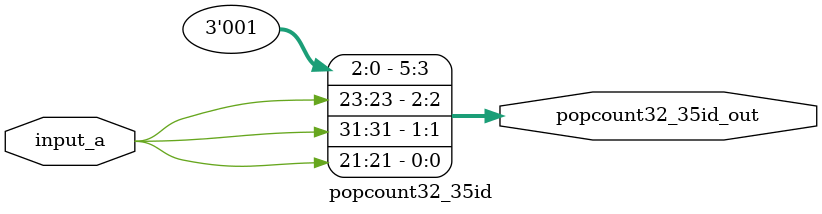
<source format=v>

module popcount32_35id(input [31:0] input_a, output [5:0] popcount32_35id_out);
  wire popcount32_35id_core_034_not;
  wire popcount32_35id_core_035;
  wire popcount32_35id_core_036;
  wire popcount32_35id_core_037;
  wire popcount32_35id_core_038;
  wire popcount32_35id_core_040;
  wire popcount32_35id_core_041;
  wire popcount32_35id_core_042;
  wire popcount32_35id_core_043;
  wire popcount32_35id_core_047;
  wire popcount32_35id_core_048;
  wire popcount32_35id_core_049;
  wire popcount32_35id_core_050;
  wire popcount32_35id_core_052_not;
  wire popcount32_35id_core_055;
  wire popcount32_35id_core_056;
  wire popcount32_35id_core_057;
  wire popcount32_35id_core_059;
  wire popcount32_35id_core_060;
  wire popcount32_35id_core_062;
  wire popcount32_35id_core_064;
  wire popcount32_35id_core_065;
  wire popcount32_35id_core_068;
  wire popcount32_35id_core_069;
  wire popcount32_35id_core_070;
  wire popcount32_35id_core_071;
  wire popcount32_35id_core_072;
  wire popcount32_35id_core_073;
  wire popcount32_35id_core_074;
  wire popcount32_35id_core_076;
  wire popcount32_35id_core_077;
  wire popcount32_35id_core_080;
  wire popcount32_35id_core_081;
  wire popcount32_35id_core_082;
  wire popcount32_35id_core_083;
  wire popcount32_35id_core_085;
  wire popcount32_35id_core_087;
  wire popcount32_35id_core_088;
  wire popcount32_35id_core_090;
  wire popcount32_35id_core_091;
  wire popcount32_35id_core_092;
  wire popcount32_35id_core_093;
  wire popcount32_35id_core_094;
  wire popcount32_35id_core_096;
  wire popcount32_35id_core_099;
  wire popcount32_35id_core_100_not;
  wire popcount32_35id_core_104;
  wire popcount32_35id_core_105;
  wire popcount32_35id_core_106;
  wire popcount32_35id_core_107;
  wire popcount32_35id_core_109;
  wire popcount32_35id_core_110;
  wire popcount32_35id_core_111;
  wire popcount32_35id_core_114;
  wire popcount32_35id_core_115;
  wire popcount32_35id_core_116;
  wire popcount32_35id_core_117;
  wire popcount32_35id_core_118;
  wire popcount32_35id_core_119;
  wire popcount32_35id_core_120;
  wire popcount32_35id_core_121;
  wire popcount32_35id_core_125;
  wire popcount32_35id_core_127;
  wire popcount32_35id_core_128;
  wire popcount32_35id_core_129;
  wire popcount32_35id_core_132_not;
  wire popcount32_35id_core_133;
  wire popcount32_35id_core_134;
  wire popcount32_35id_core_135;
  wire popcount32_35id_core_136;
  wire popcount32_35id_core_137;
  wire popcount32_35id_core_138;
  wire popcount32_35id_core_141;
  wire popcount32_35id_core_142;
  wire popcount32_35id_core_144;
  wire popcount32_35id_core_145;
  wire popcount32_35id_core_146;
  wire popcount32_35id_core_147;
  wire popcount32_35id_core_148;
  wire popcount32_35id_core_149;
  wire popcount32_35id_core_151;
  wire popcount32_35id_core_152;
  wire popcount32_35id_core_154;
  wire popcount32_35id_core_155;
  wire popcount32_35id_core_156;
  wire popcount32_35id_core_158;
  wire popcount32_35id_core_160;
  wire popcount32_35id_core_161;
  wire popcount32_35id_core_163;
  wire popcount32_35id_core_164;
  wire popcount32_35id_core_165;
  wire popcount32_35id_core_166;
  wire popcount32_35id_core_167;
  wire popcount32_35id_core_168;
  wire popcount32_35id_core_169;
  wire popcount32_35id_core_172;
  wire popcount32_35id_core_173;
  wire popcount32_35id_core_174;
  wire popcount32_35id_core_176;
  wire popcount32_35id_core_177;
  wire popcount32_35id_core_178;
  wire popcount32_35id_core_180;
  wire popcount32_35id_core_182;
  wire popcount32_35id_core_183;
  wire popcount32_35id_core_184_not;
  wire popcount32_35id_core_185;
  wire popcount32_35id_core_186;
  wire popcount32_35id_core_187;
  wire popcount32_35id_core_188;
  wire popcount32_35id_core_190;
  wire popcount32_35id_core_191;
  wire popcount32_35id_core_192;
  wire popcount32_35id_core_194;
  wire popcount32_35id_core_196;
  wire popcount32_35id_core_197;
  wire popcount32_35id_core_199;
  wire popcount32_35id_core_200;
  wire popcount32_35id_core_201;
  wire popcount32_35id_core_202;
  wire popcount32_35id_core_205;
  wire popcount32_35id_core_208;
  wire popcount32_35id_core_209;
  wire popcount32_35id_core_212;
  wire popcount32_35id_core_213;
  wire popcount32_35id_core_214;
  wire popcount32_35id_core_216;
  wire popcount32_35id_core_217;
  wire popcount32_35id_core_218;
  wire popcount32_35id_core_219;
  wire popcount32_35id_core_220;
  wire popcount32_35id_core_221;
  wire popcount32_35id_core_222;
  wire popcount32_35id_core_223;
  wire popcount32_35id_core_224;
  wire popcount32_35id_core_225;

  assign popcount32_35id_core_034_not = ~input_a[28];
  assign popcount32_35id_core_035 = input_a[1] & input_a[6];
  assign popcount32_35id_core_036 = ~input_a[7];
  assign popcount32_35id_core_037 = ~(input_a[3] | input_a[9]);
  assign popcount32_35id_core_038 = input_a[22] & input_a[26];
  assign popcount32_35id_core_040 = ~(input_a[30] | input_a[17]);
  assign popcount32_35id_core_041 = ~(input_a[21] | input_a[7]);
  assign popcount32_35id_core_042 = input_a[5] & input_a[16];
  assign popcount32_35id_core_043 = input_a[1] | input_a[28];
  assign popcount32_35id_core_047 = ~(input_a[11] ^ input_a[6]);
  assign popcount32_35id_core_048 = ~(input_a[3] & input_a[6]);
  assign popcount32_35id_core_049 = ~(input_a[6] & input_a[12]);
  assign popcount32_35id_core_050 = ~(input_a[31] ^ input_a[31]);
  assign popcount32_35id_core_052_not = ~input_a[7];
  assign popcount32_35id_core_055 = ~(input_a[4] & input_a[22]);
  assign popcount32_35id_core_056 = ~input_a[30];
  assign popcount32_35id_core_057 = input_a[22] & input_a[15];
  assign popcount32_35id_core_059 = ~(input_a[25] ^ input_a[25]);
  assign popcount32_35id_core_060 = ~input_a[22];
  assign popcount32_35id_core_062 = ~(input_a[10] ^ input_a[21]);
  assign popcount32_35id_core_064 = ~(input_a[27] | input_a[3]);
  assign popcount32_35id_core_065 = input_a[14] & input_a[23];
  assign popcount32_35id_core_068 = ~(input_a[27] ^ input_a[19]);
  assign popcount32_35id_core_069 = input_a[22] & input_a[17];
  assign popcount32_35id_core_070 = ~(input_a[11] ^ input_a[4]);
  assign popcount32_35id_core_071 = ~(input_a[12] ^ input_a[16]);
  assign popcount32_35id_core_072 = input_a[25] | input_a[4];
  assign popcount32_35id_core_073 = ~(input_a[17] ^ input_a[8]);
  assign popcount32_35id_core_074 = input_a[5] ^ input_a[3];
  assign popcount32_35id_core_076 = input_a[27] & input_a[29];
  assign popcount32_35id_core_077 = input_a[24] & input_a[1];
  assign popcount32_35id_core_080 = ~(input_a[9] & input_a[24]);
  assign popcount32_35id_core_081 = ~(input_a[9] | input_a[6]);
  assign popcount32_35id_core_082 = ~input_a[7];
  assign popcount32_35id_core_083 = input_a[5] & input_a[0];
  assign popcount32_35id_core_085 = input_a[6] ^ input_a[20];
  assign popcount32_35id_core_087 = input_a[4] ^ input_a[30];
  assign popcount32_35id_core_088 = ~input_a[25];
  assign popcount32_35id_core_090 = input_a[3] | input_a[23];
  assign popcount32_35id_core_091 = ~(input_a[9] | input_a[27]);
  assign popcount32_35id_core_092 = ~(input_a[24] & input_a[14]);
  assign popcount32_35id_core_093 = input_a[7] | input_a[26];
  assign popcount32_35id_core_094 = ~(input_a[7] | input_a[25]);
  assign popcount32_35id_core_096 = ~(input_a[27] ^ input_a[0]);
  assign popcount32_35id_core_099 = ~(input_a[10] ^ input_a[17]);
  assign popcount32_35id_core_100_not = ~input_a[31];
  assign popcount32_35id_core_104 = input_a[30] | input_a[10];
  assign popcount32_35id_core_105 = input_a[23] | input_a[2];
  assign popcount32_35id_core_106 = input_a[22] | input_a[9];
  assign popcount32_35id_core_107 = ~input_a[2];
  assign popcount32_35id_core_109 = ~input_a[7];
  assign popcount32_35id_core_110 = input_a[23] | input_a[12];
  assign popcount32_35id_core_111 = input_a[15] & input_a[3];
  assign popcount32_35id_core_114 = input_a[23] | input_a[1];
  assign popcount32_35id_core_115 = ~input_a[9];
  assign popcount32_35id_core_116 = input_a[6] & input_a[18];
  assign popcount32_35id_core_117 = ~(input_a[30] | input_a[7]);
  assign popcount32_35id_core_118 = ~(input_a[9] | input_a[21]);
  assign popcount32_35id_core_119 = ~(input_a[21] & input_a[23]);
  assign popcount32_35id_core_120 = ~(input_a[17] | input_a[30]);
  assign popcount32_35id_core_121 = input_a[3] & input_a[16];
  assign popcount32_35id_core_125 = ~(input_a[12] ^ input_a[18]);
  assign popcount32_35id_core_127 = ~(input_a[13] & input_a[24]);
  assign popcount32_35id_core_128 = ~(input_a[29] | input_a[6]);
  assign popcount32_35id_core_129 = input_a[9] | input_a[3];
  assign popcount32_35id_core_132_not = ~input_a[31];
  assign popcount32_35id_core_133 = ~(input_a[7] ^ input_a[21]);
  assign popcount32_35id_core_134 = ~input_a[23];
  assign popcount32_35id_core_135 = ~(input_a[11] & input_a[13]);
  assign popcount32_35id_core_136 = ~(input_a[27] | input_a[13]);
  assign popcount32_35id_core_137 = ~input_a[0];
  assign popcount32_35id_core_138 = input_a[23] ^ input_a[19];
  assign popcount32_35id_core_141 = input_a[18] ^ input_a[20];
  assign popcount32_35id_core_142 = input_a[21] | input_a[7];
  assign popcount32_35id_core_144 = ~(input_a[18] ^ input_a[23]);
  assign popcount32_35id_core_145 = ~(input_a[6] | input_a[9]);
  assign popcount32_35id_core_146 = ~(input_a[22] & input_a[24]);
  assign popcount32_35id_core_147 = input_a[25] & input_a[13];
  assign popcount32_35id_core_148 = input_a[6] ^ input_a[20];
  assign popcount32_35id_core_149 = input_a[6] & input_a[30];
  assign popcount32_35id_core_151 = input_a[15] & input_a[19];
  assign popcount32_35id_core_152 = input_a[2] & input_a[17];
  assign popcount32_35id_core_154 = ~(input_a[25] | input_a[11]);
  assign popcount32_35id_core_155 = ~(input_a[19] | input_a[12]);
  assign popcount32_35id_core_156 = ~(input_a[15] ^ input_a[4]);
  assign popcount32_35id_core_158 = ~(input_a[1] & input_a[26]);
  assign popcount32_35id_core_160 = input_a[10] | input_a[5];
  assign popcount32_35id_core_161 = ~input_a[22];
  assign popcount32_35id_core_163 = input_a[8] | input_a[30];
  assign popcount32_35id_core_164 = input_a[13] & input_a[16];
  assign popcount32_35id_core_165 = ~input_a[8];
  assign popcount32_35id_core_166 = ~(input_a[11] | input_a[26]);
  assign popcount32_35id_core_167 = ~(input_a[19] | input_a[30]);
  assign popcount32_35id_core_168 = input_a[12] | input_a[15];
  assign popcount32_35id_core_169 = ~(input_a[29] & input_a[21]);
  assign popcount32_35id_core_172 = ~(input_a[25] | input_a[27]);
  assign popcount32_35id_core_173 = ~(input_a[30] ^ input_a[4]);
  assign popcount32_35id_core_174 = input_a[11] ^ input_a[27];
  assign popcount32_35id_core_176 = ~(input_a[19] & input_a[7]);
  assign popcount32_35id_core_177 = ~input_a[20];
  assign popcount32_35id_core_178 = input_a[28] & input_a[18];
  assign popcount32_35id_core_180 = ~(input_a[25] & input_a[2]);
  assign popcount32_35id_core_182 = input_a[19] ^ input_a[13];
  assign popcount32_35id_core_183 = ~(input_a[28] | input_a[19]);
  assign popcount32_35id_core_184_not = ~input_a[30];
  assign popcount32_35id_core_185 = input_a[11] ^ input_a[26];
  assign popcount32_35id_core_186 = ~(input_a[28] & input_a[0]);
  assign popcount32_35id_core_187 = ~(input_a[26] | input_a[24]);
  assign popcount32_35id_core_188 = input_a[7] | input_a[3];
  assign popcount32_35id_core_190 = ~(input_a[30] ^ input_a[6]);
  assign popcount32_35id_core_191 = ~(input_a[11] ^ input_a[20]);
  assign popcount32_35id_core_192 = ~(input_a[24] ^ input_a[7]);
  assign popcount32_35id_core_194 = ~input_a[26];
  assign popcount32_35id_core_196 = input_a[26] | input_a[30];
  assign popcount32_35id_core_197 = input_a[18] ^ input_a[19];
  assign popcount32_35id_core_199 = ~(input_a[10] ^ input_a[1]);
  assign popcount32_35id_core_200 = ~input_a[26];
  assign popcount32_35id_core_201 = input_a[17] & input_a[1];
  assign popcount32_35id_core_202 = ~(input_a[1] | input_a[21]);
  assign popcount32_35id_core_205 = ~input_a[13];
  assign popcount32_35id_core_208 = ~(input_a[28] | input_a[9]);
  assign popcount32_35id_core_209 = ~(input_a[27] & input_a[13]);
  assign popcount32_35id_core_212 = input_a[9] & input_a[10];
  assign popcount32_35id_core_213 = ~(input_a[15] ^ input_a[22]);
  assign popcount32_35id_core_214 = ~(input_a[12] ^ input_a[24]);
  assign popcount32_35id_core_216 = input_a[12] ^ input_a[14];
  assign popcount32_35id_core_217 = ~(input_a[25] | input_a[13]);
  assign popcount32_35id_core_218 = ~(input_a[12] & input_a[21]);
  assign popcount32_35id_core_219 = ~(input_a[22] | input_a[9]);
  assign popcount32_35id_core_220 = ~(input_a[11] | input_a[26]);
  assign popcount32_35id_core_221 = ~(input_a[22] | input_a[6]);
  assign popcount32_35id_core_222 = input_a[25] | input_a[16];
  assign popcount32_35id_core_223 = ~(input_a[7] | input_a[29]);
  assign popcount32_35id_core_224 = input_a[27] | input_a[29];
  assign popcount32_35id_core_225 = ~input_a[13];

  assign popcount32_35id_out[0] = input_a[21];
  assign popcount32_35id_out[1] = input_a[31];
  assign popcount32_35id_out[2] = input_a[23];
  assign popcount32_35id_out[3] = 1'b1;
  assign popcount32_35id_out[4] = 1'b0;
  assign popcount32_35id_out[5] = 1'b0;
endmodule
</source>
